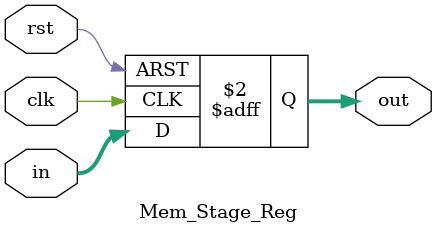
<source format=v>
module Mem_Stage_Reg #(parameter N = 32)(clk, rst, in, out);
    input clk, rst;
    input [N-1:0]in;
    output reg [N-1:0] out;
    always @(posedge clk, posedge rst) begin
        if (rst)
            out <= {N{1'b0}};
        else
            out <= in;
    end
endmodule
</source>
